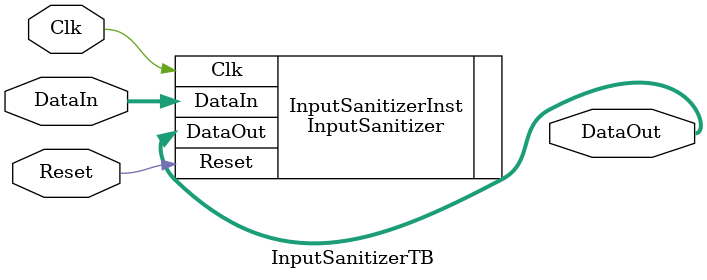
<source format=v>
`timescale 1ns / 1ps


module InputSanitizerTB (
    input  wire [3:0] DataIn,
    input  wire       Clk,
    input  wire       Reset,
    output wire [3:0] DataOut
);
  InputSanitizer #(
      .CounterWidth(2),
      .DebounceTime(3)
  ) InputSanitizerInst (
      .DataIn(DataIn),
      .Clk(Clk),
      .Reset(Reset),
      .DataOut(DataOut)
  );
  // cocotb dump waveforms
`ifdef COCOTB_SIM
  initial begin
    $dumpfile("waveform.vcd");  // Name of the dump file
    $dumpvars(0, InputSanitizerTB);  // Dump all variables for the top module
  end
`endif
endmodule

</source>
